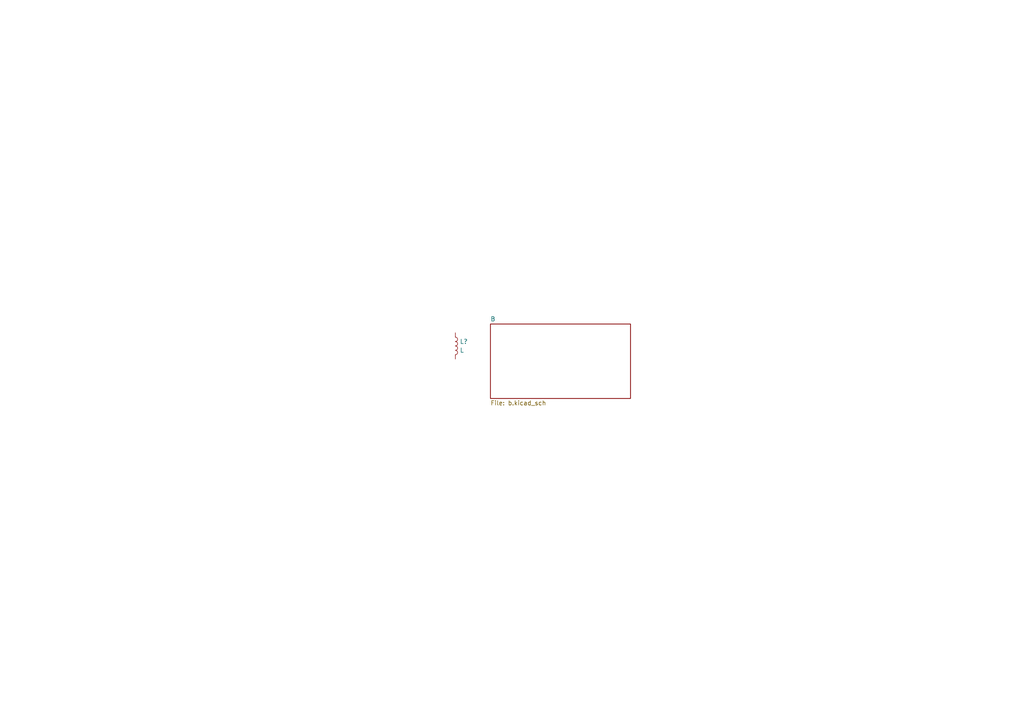
<source format=kicad_sch>
(kicad_sch (version 20211123) (generator eeschema)
  (paper "A4")
  (lib_symbols
    (symbol "Device:L" (pin_numbers hide) (pin_names (offset 1.016) hide)
      (property "Reference" "L" (at -1.27 0 90))
      (property "Value" "L" (at 1.905 0 90))
      (symbol "L_0_1"
        (arc (start 0 -2.54) (mid 0.635 -1.905) (end 0 -1.27))
        (arc (start 0 -1.27) (mid 0.635 -0.635) (end 0 0))
        (arc (start 0 0) (mid 0.635 0.635) (end 0 1.27))
        (arc (start 0 1.27) (mid 0.635 1.905) (end 0 2.54))
      )
      (symbol "L_1_1"
        (pin passive line (at 0 3.81 270) (length 1.27) (name "1") (number "1"))
        (pin passive line (at 0 -3.81 90) (length 1.27) (name "2") (number "2"))
      )
    )
  )
  (symbol (lib_id "Device:L") (at 132.08 100.33 0) (unit 1)
    (property "Reference" "L?" (at 133.35 99.0599 0) (effects (justify left)))
    (property "Value" "L" (at 133.35 101.5999 0) (effects (justify left)))
  )
  (sheet (at 142.24 93.98) (size 40.64 21.59) (stroke (width 0.1524))
    (property "Sheet name" "B" (at 142.24 93.2684 0) (effects (justify left bottom)))
    (property "Sheet file" "b.kicad_sch" (at 142.24 116.1546 0) (effects (justify left top)))
  )
)
</source>
